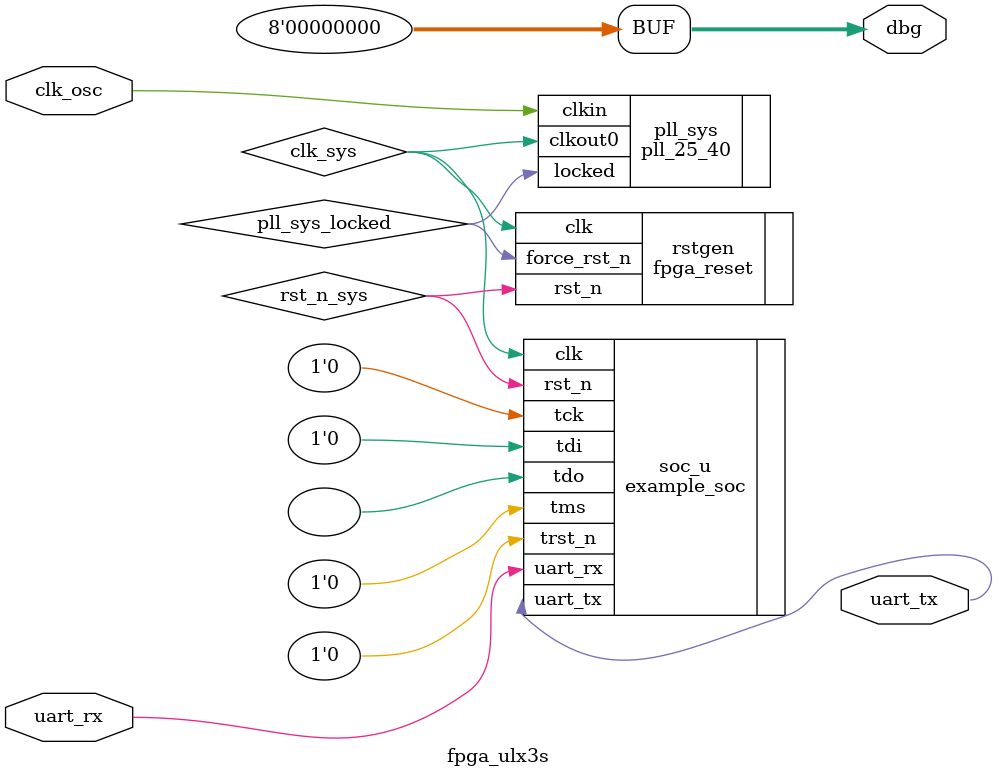
<source format=v>
/*****************************************************************************\
|                        Copyright (C) 2021 Luke Wren                         |
|                     SPDX-License-Identifier: Apache-2.0                     |
\*****************************************************************************/

`default_nettype none

module fpga_ulx3s (
	input  wire       clk_osc,
	output wire [7:0] dbg,

	output wire       uart_tx,
	input  wire       uart_rx
);

wire clk_sys;
wire pll_sys_locked;
wire rst_n_sys;

pll_25_40 pll_sys (
	.clkin   (clk_osc),
	.clkout0 (clk_sys),
	.locked  (pll_sys_locked)
);

fpga_reset #(
	.SHIFT (3)
) rstgen (
	.clk         (clk_sys),
	.force_rst_n (pll_sys_locked),
	.rst_n       (rst_n_sys)
);

example_soc #(
	.DTM_TYPE      ("ECP5"),
	.SRAM_DEPTH    (1 << 15),

	.EXTENSION_M   (1),
	.EXTENSION_A   (1),
	.EXTENSION_C   (0),
	.EXTENSION_ZBA (0),
	.EXTENSION_ZBB (0),
	.EXTENSION_ZBC (0),
	.EXTENSION_ZBS (0),
	.CSR_COUNTER   (0),
	.MUL_FAST      (1),
	.MULDIV_UNROLL (1)
) soc_u (
	.clk     (clk_sys),
	.rst_n   (rst_n_sys),

	// JTAG connections provided internally by ECP5 JTAGG primitive
	.tck     (1'b0),
	.trst_n  (1'b0),
	.tms     (1'b0),
	.tdi     (1'b0),
	.tdo     (/* unused */),

	.uart_tx (uart_tx),
	.uart_rx (uart_rx)
);

assign dbg = 8'h00;

endmodule

</source>
